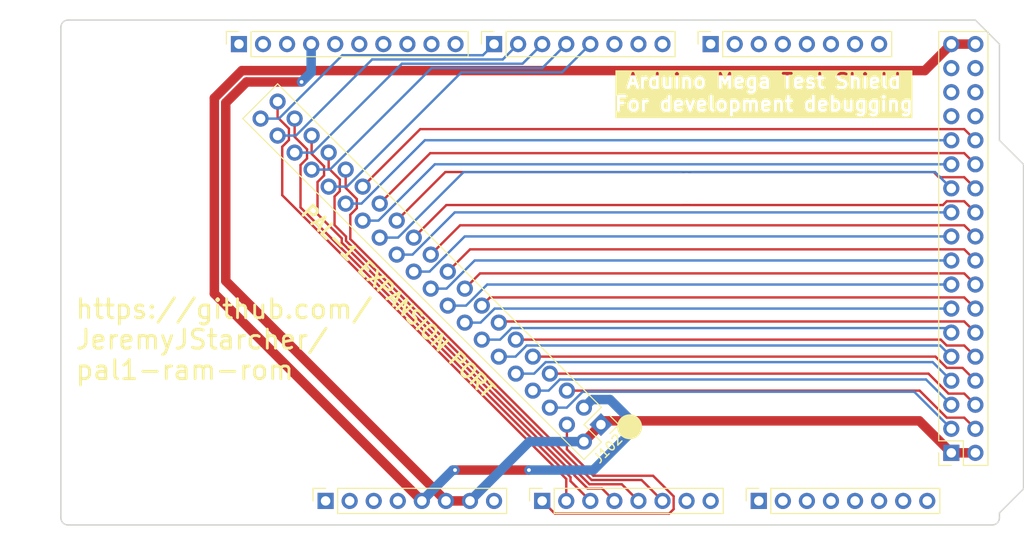
<source format=kicad_pcb>
(kicad_pcb (version 20240108) (generator "pcbnew") (generator_version "8.0")
  (title_block (date "mar. 31 mars 2015"))
  (layers (0 "F.Cu" signal) (31 "B.Cu" signal) (34 "B.Paste" user) (35 "F.Paste" user) (36 "B.SilkS" user "B.Silkscreen") (37 "F.SilkS" user "F.Silkscreen") (38 "B.Mask" user) (39 "F.Mask" user) (44 "Edge.Cuts" user))
  (net 0 "")
  (net 1 "GND")
  (net 11 "DEN")
  (net 12 "NMI")
  (net 13 "IO3")
  (net 14 "RESET")
  (net 16 "PH1")
  (net 17 "SYNC")
  (net 19 "TAPE")
  (net 22 "IRQ")
  (net 23 "SST")
  (net 24 "PB7")
  (net 25 "RDY")
  (net 43 "A0")
  (net 44 "A6")
  (net 45 "D5")
  (net 46 "A3")
  (net 47 "A5")
  (net 48 "PH2")
  (net 49 "D4")
  (net 50 "A10")
  (net 51 "D7")
  (net 52 "D6")
  (net 53 "D2")
  (net 54 "A8")
  (net 55 "A1")
  (net 56 "A7")
  (net 58 "A15")
  (net 60 "A2")
  (net 61 "A11")
  (net 62 "RW")
  (net 63 "A4")
  (net 64 "A13")
  (net 65 "D1")
  (net 66 "+3V3")
  (net 67 "A14")
  (net 68 "A9")
  (net 69 "D0")
  (net 73 "D3")
  (net 76 "A12")
  (net 80 "PALVCC")
  (footprint "Connector_PinSocket_2.54mm:PinSocket_2x18_P2.54mm_Vertical" (layer "F.Cu") (at 193.98 92.38 180)
    (property "Reference" "J7" (hide yes))
    (property "Value" "Digital")
    (fp_line (start 1.33 1.27) (end 1.33 44.51) (stroke (width 0.12)) (layer "F.SilkS"))
    (fp_line (start 1.33 -1.33) (end 1.33 0) (stroke (width 0.12)) (layer "F.SilkS"))
    (fp_line (start 0 -1.33) (end 1.33 -1.33) (stroke (width 0.12)) (layer "F.SilkS"))
    (fp_line (start -1.27 1.27) (end 1.33 1.27) (stroke (width 0.12)) (layer "F.SilkS"))
    (fp_line (start -1.27 -1.33) (end -1.27 1.27) (stroke (width 0.12)) (layer "F.SilkS"))
    (fp_line (start -3.87 44.51) (end 1.33 44.51) (stroke (width 0.12)) (layer "F.SilkS"))
    (fp_line (start -3.87 -1.33) (end -1.27 -1.33) (stroke (width 0.12)) (layer "F.SilkS"))
    (fp_line (start -3.87 -1.33) (end -3.87 44.51) (stroke (width 0.12)) (layer "F.SilkS"))
    (pad "1" thru_hole rect (at 0 0 180) (size 1.7 1.7) (drill 1) (layers "*.Cu" "*.Mask") (net 1 "GND"))
    (pad "2" thru_hole oval (at -2.54 0 180) (size 1.7 1.7) (drill 1) (layers "*.Cu" "*.Mask") (net 1 "GND"))
    (pad "3" thru_hole oval (at 0 2.54 180) (size 1.7 1.7) (drill 1) (layers "*.Cu" "*.Mask") (net 55 "A1"))
    (pad "4" thru_hole oval (at -2.54 2.54 180) (size 1.7 1.7) (drill 1) (layers "*.Cu" "*.Mask") (net 43 "A0"))
    (pad "5" thru_hole oval (at 0 5.08 180) (size 1.7 1.7) (drill 1) (layers "*.Cu" "*.Mask") (net 46 "A3"))
    (pad "6" thru_hole oval (at -2.54 5.08 180) (size 1.7 1.7) (drill 1) (layers "*.Cu" "*.Mask") (net 60 "A2"))
    (pad "7" thru_hole oval (at 0 7.62 180) (size 1.7 1.7) (drill 1) (layers "*.Cu" "*.Mask") (net 47 "A5"))
    (pad "8" thru_hole oval (at -2.54 7.62 180) (size 1.7 1.7) (drill 1) (layers "*.Cu" "*.Mask") (net 63 "A4"))
    (pad "9" thru_hole oval (at 0 10.16 180) (size 1.7 1.7) (drill 1) (layers "*.Cu" "*.Mask") (net 56 "A7"))
    (pad "10" thru_hole oval (at -2.54 10.16 180) (size 1.7 1.7) (drill 1) (layers "*.Cu" "*.Mask") (net 44 "A6"))
    (pad "11" thru_hole oval (at 0 12.7 180) (size 1.7 1.7) (drill 1) (layers "*.Cu" "*.Mask") (net 68 "A9"))
    (pad "12" thru_hole oval (at -2.54 12.7 180) (size 1.7 1.7) (drill 1) (layers "*.Cu" "*.Mask") (net 54 "A8"))
    (pad "13" thru_hole oval (at 0 15.24 180) (size 1.7 1.7) (drill 1) (layers "*.Cu" "*.Mask") (net 61 "A11"))
    (pad "14" thru_hole oval (at -2.54 15.24 180) (size 1.7 1.7) (drill 1) (layers "*.Cu" "*.Mask") (net 50 "A10"))
    (pad "15" thru_hole oval (at 0 17.78 180) (size 1.7 1.7) (drill 1) (layers "*.Cu" "*.Mask") (net 64 "A13"))
    (pad "16" thru_hole oval (at -2.54 17.78 180) (size 1.7 1.7) (drill 1) (layers "*.Cu" "*.Mask") (net 76 "A12"))
    (pad "17" thru_hole oval (at 0 20.32 180) (size 1.7 1.7) (drill 1) (layers "*.Cu" "*.Mask") (net 58 "A15"))
    (pad "18" thru_hole oval (at -2.54 20.32 180) (size 1.7 1.7) (drill 1) (layers "*.Cu" "*.Mask") (net 67 "A14"))
    (pad "19" thru_hole oval (at 0 22.86 180) (size 1.7 1.7) (drill 1) (layers "*.Cu" "*.Mask") (net 48 "PH2"))
    (pad "20" thru_hole oval (at -2.54 22.86 180) (size 1.7 1.7) (drill 1) (layers "*.Cu" "*.Mask") (net 62 "RW"))
    (pad "21" thru_hole oval (at 0 25.4 180) (size 1.7 1.7) (drill 1) (layers "*.Cu" "*.Mask") (net 65 "D1"))
    (pad "22" thru_hole oval (at -2.54 25.4 180) (size 1.7 1.7) (drill 1) (layers "*.Cu" "*.Mask") (net 69 "D0"))
    (pad "23" thru_hole oval (at 0 27.94 180) (size 1.7 1.7) (drill 1) (layers "*.Cu" "*.Mask") (net 73 "D3"))
    (pad "24" thru_hole oval (at -2.54 27.94 180) (size 1.7 1.7) (drill 1) (layers "*.Cu" "*.Mask") (net 53 "D2"))
    (pad "25" thru_hole oval (at 0 30.48 180) (size 1.7 1.7) (drill 1) (layers "*.Cu" "*.Mask") (net 45 "D5"))
    (pad "26" thru_hole oval (at -2.54 30.48 180) (size 1.7 1.7) (drill 1) (layers "*.Cu" "*.Mask") (net 49 "D4"))
    (pad "27" thru_hole oval (at 0 33.02 180) (size 1.7 1.7) (drill 1) (layers "*.Cu" "*.Mask") (net 51 "D7"))
    (pad "28" thru_hole oval (at -2.54 33.02 180) (size 1.7 1.7) (drill 1) (layers "*.Cu" "*.Mask") (net 52 "D6"))
    (pad "29" thru_hole oval (at 0 35.56 180) (size 1.7 1.7) (drill 1) (layers "*.Cu" "*.Mask"))
    (pad "30" thru_hole oval (at -2.54 35.56 180) (size 1.7 1.7) (drill 1) (layers "*.Cu" "*.Mask"))
    (pad "31" thru_hole oval (at 0 38.1 180) (size 1.7 1.7) (drill 1) (layers "*.Cu" "*.Mask"))
    (pad "32" thru_hole oval (at -2.54 38.1 180) (size 1.7 1.7) (drill 1) (layers "*.Cu" "*.Mask"))
    (pad "33" thru_hole oval (at 0 40.64 180) (size 1.7 1.7) (drill 1) (layers "*.Cu" "*.Mask"))
    (pad "34" thru_hole oval (at -2.54 40.64 180) (size 1.7 1.7) (drill 1) (layers "*.Cu" "*.Mask"))
    (pad "35" thru_hole oval (at 0 43.18 180) (size 1.7 1.7) (drill 1) (layers "*.Cu" "*.Mask") (net 80 "PALVCC"))
    (pad "36" thru_hole oval (at -2.54 43.18 180) (size 1.7 1.7) (drill 1) (layers "*.Cu" "*.Mask") (net 80 "PALVCC"))
  )
  (footprint "Connector_PinSocket_2.54mm:PinSocket_1x08_P2.54mm_Vertical" (layer "F.Cu") (at 127.94 97.46 90)
    (property "Reference" "J1" (hide yes))
    (property "Value" "Power")
    (fp_line (start 1.33 -1.33) (end 1.33 0) (stroke (width 0.12)) (layer "F.SilkS"))
    (fp_line (start 0 -1.33) (end 1.33 -1.33) (stroke (width 0.12)) (layer "F.SilkS"))
    (fp_line (start 1.33 1.27) (end 1.33 19.11) (stroke (width 0.12)) (layer "F.SilkS"))
    (fp_line (start -1.33 1.27) (end 1.33 1.27) (stroke (width 0.12)) (layer "F.SilkS"))
    (fp_line (start -1.33 1.27) (end -1.33 19.11) (stroke (width 0.12)) (layer "F.SilkS"))
    (fp_line (start -1.33 19.11) (end 1.33 19.11) (stroke (width 0.12)) (layer "F.SilkS"))
    (pad "1" thru_hole rect (at 0 0 90) (size 1.7 1.7) (drill 1) (layers "*.Cu" "*.Mask"))
    (pad "2" thru_hole oval (at 0 2.54 90) (size 1.7 1.7) (drill 1) (layers "*.Cu" "*.Mask"))
    (pad "3" thru_hole oval (at 0 5.08 90) (size 1.7 1.7) (drill 1) (layers "*.Cu" "*.Mask"))
    (pad "4" thru_hole oval (at 0 7.62 90) (size 1.7 1.7) (drill 1) (layers "*.Cu" "*.Mask") (net 66 "+3V3"))
    (pad "5" thru_hole oval (at 0 10.16 90) (size 1.7 1.7) (drill 1) (layers "*.Cu" "*.Mask") (net 80 "PALVCC"))
    (pad "6" thru_hole oval (at 0 12.7 90) (size 1.7 1.7) (drill 1) (layers "*.Cu" "*.Mask") (net 1 "GND"))
    (pad "7" thru_hole oval (at 0 15.24 90) (size 1.7 1.7) (drill 1) (layers "*.Cu" "*.Mask") (net 1 "GND"))
    (pad "8" thru_hole oval (at 0 17.78 90) (size 1.7 1.7) (drill 1) (layers "*.Cu" "*.Mask"))
  )
  (footprint "Connector_PinSocket_2.54mm:PinSocket_1x08_P2.54mm_Vertical" (layer "F.Cu") (at 150.8 97.46 90)
    (property "Reference" "J3" (hide yes))
    (property "Value" "Analog")
    (fp_line (start 1.33 -1.33) (end 1.33 0) (stroke (width 0.12)) (layer "F.SilkS"))
    (fp_line (start 0 -1.33) (end 1.33 -1.33) (stroke (width 0.12)) (layer "F.SilkS"))
    (fp_line (start 1.33 1.27) (end 1.33 19.11) (stroke (width 0.12)) (layer "F.SilkS"))
    (fp_line (start -1.33 1.27) (end 1.33 1.27) (stroke (width 0.12)) (layer "F.SilkS"))
    (fp_line (start -1.33 1.27) (end -1.33 19.11) (stroke (width 0.12)) (layer "F.SilkS"))
    (fp_line (start -1.33 19.11) (end 1.33 19.11) (stroke (width 0.12)) (layer "F.SilkS"))
    (pad "1" thru_hole rect (at 0 0 90) (size 1.7 1.7) (drill 1) (layers "*.Cu" "*.Mask") (net 14 "RESET"))
    (pad "2" thru_hole oval (at 0 2.54 90) (size 1.7 1.7) (drill 1) (layers "*.Cu" "*.Mask") (net 16 "PH1"))
    (pad "3" thru_hole oval (at 0 5.08 90) (size 1.7 1.7) (drill 1) (layers "*.Cu" "*.Mask") (net 13 "IO3"))
    (pad "4" thru_hole oval (at 0 7.62 90) (size 1.7 1.7) (drill 1) (layers "*.Cu" "*.Mask") (net 11 "DEN"))
    (pad "5" thru_hole oval (at 0 10.16 90) (size 1.7 1.7) (drill 1) (layers "*.Cu" "*.Mask") (net 12 "NMI"))
    (pad "6" thru_hole oval (at 0 12.7 90) (size 1.7 1.7) (drill 1) (layers "*.Cu" "*.Mask") (net 17 "SYNC"))
    (pad "7" thru_hole oval (at 0 15.24 90) (size 1.7 1.7) (drill 1) (layers "*.Cu" "*.Mask"))
    (pad "8" thru_hole oval (at 0 17.78 90) (size 1.7 1.7) (drill 1) (layers "*.Cu" "*.Mask"))
  )
  (footprint "Connector_PinSocket_2.54mm:PinSocket_1x08_P2.54mm_Vertical" (layer "F.Cu") (at 173.66 97.46 90)
    (property "Reference" "J5" (hide yes))
    (property "Value" "Analog")
    (fp_line (start 1.33 -1.33) (end 1.33 0) (stroke (width 0.12)) (layer "F.SilkS"))
    (fp_line (start 0 -1.33) (end 1.33 -1.33) (stroke (width 0.12)) (layer "F.SilkS"))
    (fp_line (start 1.33 1.27) (end 1.33 19.11) (stroke (width 0.12)) (layer "F.SilkS"))
    (fp_line (start -1.33 1.27) (end 1.33 1.27) (stroke (width 0.12)) (layer "F.SilkS"))
    (fp_line (start -1.33 1.27) (end -1.33 19.11) (stroke (width 0.12)) (layer "F.SilkS"))
    (fp_line (start -1.33 19.11) (end 1.33 19.11) (stroke (width 0.12)) (layer "F.SilkS"))
    (pad "1" thru_hole rect (at 0 0 90) (size 1.7 1.7) (drill 1) (layers "*.Cu" "*.Mask"))
    (pad "2" thru_hole oval (at 0 2.54 90) (size 1.7 1.7) (drill 1) (layers "*.Cu" "*.Mask"))
    (pad "3" thru_hole oval (at 0 5.08 90) (size 1.7 1.7) (drill 1) (layers "*.Cu" "*.Mask"))
    (pad "4" thru_hole oval (at 0 7.62 90) (size 1.7 1.7) (drill 1) (layers "*.Cu" "*.Mask"))
    (pad "5" thru_hole oval (at 0 10.16 90) (size 1.7 1.7) (drill 1) (layers "*.Cu" "*.Mask"))
    (pad "6" thru_hole oval (at 0 12.7 90) (size 1.7 1.7) (drill 1) (layers "*.Cu" "*.Mask"))
    (pad "7" thru_hole oval (at 0 15.24 90) (size 1.7 1.7) (drill 1) (layers "*.Cu" "*.Mask"))
    (pad "8" thru_hole oval (at 0 17.78 90) (size 1.7 1.7) (drill 1) (layers "*.Cu" "*.Mask"))
  )
  (footprint "Connector_PinSocket_2.54mm:PinSocket_1x10_P2.54mm_Vertical" (layer "F.Cu") (at 118.796 49.2 90)
    (property "Reference" "J2" (hide yes))
    (property "Value" "PWM")
    (fp_line (start 1.33 -1.33) (end 1.33 0) (stroke (width 0.12)) (layer "F.SilkS"))
    (fp_line (start 0 -1.33) (end 1.33 -1.33) (stroke (width 0.12)) (layer "F.SilkS"))
    (fp_line (start 1.33 1.27) (end 1.33 24.19) (stroke (width 0.12)) (layer "F.SilkS"))
    (fp_line (start -1.33 1.27) (end 1.33 1.27) (stroke (width 0.12)) (layer "F.SilkS"))
    (fp_line (start -1.33 1.27) (end -1.33 24.19) (stroke (width 0.12)) (layer "F.SilkS"))
    (fp_line (start -1.33 24.19) (end 1.33 24.19) (stroke (width 0.12)) (layer "F.SilkS"))
    (pad "1" thru_hole rect (at 0 0 90) (size 1.7 1.7) (drill 1) (layers "*.Cu" "*.Mask"))
    (pad "2" thru_hole oval (at 0 2.54 90) (size 1.7 1.7) (drill 1) (layers "*.Cu" "*.Mask"))
    (pad "3" thru_hole oval (at 0 5.08 90) (size 1.7 1.7) (drill 1) (layers "*.Cu" "*.Mask"))
    (pad "4" thru_hole oval (at 0 7.62 90) (size 1.7 1.7) (drill 1) (layers "*.Cu" "*.Mask") (net 1 "GND"))
    (pad "5" thru_hole oval (at 0 10.16 90) (size 1.7 1.7) (drill 1) (layers "*.Cu" "*.Mask"))
    (pad "6" thru_hole oval (at 0 12.7 90) (size 1.7 1.7) (drill 1) (layers "*.Cu" "*.Mask"))
    (pad "7" thru_hole oval (at 0 15.24 90) (size 1.7 1.7) (drill 1) (layers "*.Cu" "*.Mask"))
    (pad "8" thru_hole oval (at 0 17.78 90) (size 1.7 1.7) (drill 1) (layers "*.Cu" "*.Mask"))
    (pad "9" thru_hole oval (at 0 20.32 90) (size 1.7 1.7) (drill 1) (layers "*.Cu" "*.Mask"))
    (pad "10" thru_hole oval (at 0 22.86 90) (size 1.7 1.7) (drill 1) (layers "*.Cu" "*.Mask"))
  )
  (footprint "Connector_PinSocket_2.54mm:PinSocket_1x08_P2.54mm_Vertical" (layer "F.Cu") (at 145.72 49.2 90)
    (property "Reference" "J4" (hide yes))
    (property "Value" "PWM")
    (fp_line (start 1.33 -1.33) (end 1.33 0) (stroke (width 0.12)) (layer "F.SilkS"))
    (fp_line (start 0 -1.33) (end 1.33 -1.33) (stroke (width 0.12)) (layer "F.SilkS"))
    (fp_line (start 1.33 1.27) (end 1.33 19.11) (stroke (width 0.12)) (layer "F.SilkS"))
    (fp_line (start -1.33 1.27) (end 1.33 1.27) (stroke (width 0.12)) (layer "F.SilkS"))
    (fp_line (start -1.33 1.27) (end -1.33 19.11) (stroke (width 0.12)) (layer "F.SilkS"))
    (fp_line (start -1.33 19.11) (end 1.33 19.11) (stroke (width 0.12)) (layer "F.SilkS"))
    (pad "1" thru_hole rect (at 0 0 90) (size 1.7 1.7) (drill 1) (layers "*.Cu" "*.Mask") (net 22 "IRQ"))
    (pad "2" thru_hole oval (at 0 2.54 90) (size 1.7 1.7) (drill 1) (layers "*.Cu" "*.Mask") (net 24 "PB7"))
    (pad "3" thru_hole oval (at 0 5.08 90) (size 1.7 1.7) (drill 1) (layers "*.Cu" "*.Mask") (net 23 "SST"))
    (pad "4" thru_hole oval (at 0 7.62 90) (size 1.7 1.7) (drill 1) (layers "*.Cu" "*.Mask") (net 19 "TAPE"))
    (pad "5" thru_hole oval (at 0 10.16 90) (size 1.7 1.7) (drill 1) (layers "*.Cu" "*.Mask") (net 25 "RDY"))
    (pad "6" thru_hole oval (at 0 12.7 90) (size 1.7 1.7) (drill 1) (layers "*.Cu" "*.Mask"))
    (pad "7" thru_hole oval (at 0 15.24 90) (size 1.7 1.7) (drill 1) (layers "*.Cu" "*.Mask"))
    (pad "8" thru_hole oval (at 0 17.78 90) (size 1.7 1.7) (drill 1) (layers "*.Cu" "*.Mask"))
  )
  (footprint "Connector_PinSocket_2.54mm:PinSocket_1x08_P2.54mm_Vertical" (layer "F.Cu") (at 168.58 49.2 90)
    (property "Reference" "J6" (hide yes))
    (property "Value" "Communication")
    (fp_line (start 1.33 -1.33) (end 1.33 0) (stroke (width 0.12)) (layer "F.SilkS"))
    (fp_line (start 0 -1.33) (end 1.33 -1.33) (stroke (width 0.12)) (layer "F.SilkS"))
    (fp_line (start 1.33 1.27) (end 1.33 19.11) (stroke (width 0.12)) (layer "F.SilkS"))
    (fp_line (start -1.33 1.27) (end 1.33 1.27) (stroke (width 0.12)) (layer "F.SilkS"))
    (fp_line (start -1.33 1.27) (end -1.33 19.11) (stroke (width 0.12)) (layer "F.SilkS"))
    (fp_line (start -1.33 19.11) (end 1.33 19.11) (stroke (width 0.12)) (layer "F.SilkS"))
    (pad "1" thru_hole rect (at 0 0 90) (size 1.7 1.7) (drill 1) (layers "*.Cu" "*.Mask"))
    (pad "2" thru_hole oval (at 0 2.54 90) (size 1.7 1.7) (drill 1) (layers "*.Cu" "*.Mask"))
    (pad "3" thru_hole oval (at 0 5.08 90) (size 1.7 1.7) (drill 1) (layers "*.Cu" "*.Mask"))
    (pad "4" thru_hole oval (at 0 7.62 90) (size 1.7 1.7) (drill 1) (layers "*.Cu" "*.Mask"))
    (pad "5" thru_hole oval (at 0 10.16 90) (size 1.7 1.7) (drill 1) (layers "*.Cu" "*.Mask"))
    (pad "6" thru_hole oval (at 0 12.7 90) (size 1.7 1.7) (drill 1) (layers "*.Cu" "*.Mask"))
    (pad "7" thru_hole oval (at 0 15.24 90) (size 1.7 1.7) (drill 1) (layers "*.Cu" "*.Mask"))
    (pad "8" thru_hole oval (at 0 17.78 90) (size 1.7 1.7) (drill 1) (layers "*.Cu" "*.Mask"))
  )
  (footprint "Arduino_MountingHole:MountingHole_3.2mm" (layer "F.Cu") (at 196.52 97.46)
    (property "Reference" "MH6" (hide yes))
    (property "Value" "MountingHole_3.2mm" (hide yes))
    (pad "" np_thru_hole circle (at 0 0) (size 3.2 3.2) (drill 3.2) (layers "*.Cu" "*.Mask"))
  )
  (footprint "Connector_PinHeader_2.54mm:PinHeader_2x20_P2.54mm_Vertical" (layer "F.Cu") (at 157 89.4 -135)
    (property "Reference" "J102" (at 1.27 -2.33 225) (layer "F.SilkS"))
    (property "Value" "PAL-1 Expansion Connector")
    (fp_line (start -1.33 49.59) (end 3.87 49.59) (stroke (width 0.12)) (layer "F.SilkS"))
    (fp_line (start 1.27 1.27) (end 1.270001 -1.33) (stroke (width 0.12)) (layer "F.SilkS"))
    (fp_line (start 3.87 -1.33) (end 3.87 49.59) (stroke (width 0.12)) (layer "F.SilkS"))
    (fp_line (start -1.33 1.270001) (end -1.33 49.59) (stroke (width 0.12)) (layer "F.SilkS"))
    (fp_line (start -1.33 1.270001) (end 1.27 1.27) (stroke (width 0.12)) (layer "F.SilkS"))
    (fp_line (start 1.270001 -1.33) (end 3.87 -1.33) (stroke (width 0.12)) (layer "F.SilkS"))
    (fp_line (start -1.33 0) (end -1.33 -1.33) (stroke (width 0.12)) (layer "F.SilkS"))
    (fp_line (start -1.33 -1.33) (end 0 -1.33) (stroke (width 0.12)) (layer "F.SilkS"))
    (pad "1" thru_hole rect (at 0 0 225) (size 1.7 1.7) (drill 1) (layers "*.Cu" "*.Mask") (net 1 "GND"))
    (pad "2" thru_hole oval (at 2.54 0 225) (size 1.7 1.7) (drill 1) (layers "*.Cu" "*.Mask") (net 1 "GND"))
    (pad "3" thru_hole oval (at 0 2.54 225) (size 1.7 1.7) (drill 1) (layers "*.Cu" "*.Mask") (net 80 "PALVCC"))
    (pad "4" thru_hole oval (at 2.54 2.54 225) (size 1.7 1.7) (drill 1) (layers "*.Cu" "*.Mask") (net 14 "RESET"))
    (pad "5" thru_hole oval (at 0 5.079999 225) (size 1.7 1.7) (drill 1) (layers "*.Cu" "*.Mask") (net 43 "A0"))
    (pad "6" thru_hole oval (at 2.54 5.08 225) (size 1.7 1.7) (drill 1) (layers "*.Cu" "*.Mask") (net 55 "A1"))
    (pad "7" thru_hole oval (at 0 7.62 225) (size 1.7 1.7) (drill 1) (layers "*.Cu" "*.Mask") (net 60 "A2"))
    (pad "8" thru_hole oval (at 2.54 7.62 225) (size 1.7 1.7) (drill 1) (layers "*.Cu" "*.Mask") (net 46 "A3"))
    (pad "9" thru_hole oval (at 0 10.16 225) (size 1.7 1.7) (drill 1) (layers "*.Cu" "*.Mask") (net 63 "A4"))
    (pad "10" thru_hole oval (at 2.54 10.16 225) (size 1.7 1.7) (drill 1) (layers "*.Cu" "*.Mask") (net 47 "A5"))
    (pad "11" thru_hole oval (at 0 12.7 225) (size 1.7 1.7) (drill 1) (layers "*.Cu" "*.Mask") (net 44 "A6"))
    (pad "12" thru_hole oval (at 2.54 12.7 225) (size 1.7 1.7) (drill 1) (layers "*.Cu" "*.Mask") (net 56 "A7"))
    (pad "13" thru_hole oval (at 0 15.24 225) (size 1.7 1.7) (drill 1) (layers "*.Cu" "*.Mask") (net 54 "A8"))
    (pad "14" thru_hole oval (at 2.54 15.24 225) (size 1.7 1.7) (drill 1) (layers "*.Cu" "*.Mask") (net 68 "A9"))
    (pad "15" thru_hole oval (at 0 17.780001 225) (size 1.7 1.7) (drill 1) (layers "*.Cu" "*.Mask") (net 50 "A10"))
    (pad "16" thru_hole oval (at 2.54 17.78 225) (size 1.7 1.7) (drill 1) (layers "*.Cu" "*.Mask") (net 61 "A11"))
    (pad "17" thru_hole oval (at 0 20.32 225) (size 1.7 1.7) (drill 1) (layers "*.Cu" "*.Mask") (net 76 "A12"))
    (pad "18" thru_hole oval (at 2.54 20.32 225) (size 1.7 1.7) (drill 1) (layers "*.Cu" "*.Mask") (net 64 "A13"))
    (pad "19" thru_hole oval (at 0 22.86 225) (size 1.7 1.7) (drill 1) (layers "*.Cu" "*.Mask") (net 67 "A14"))
    (pad "20" thru_hole oval (at 2.54 22.86 225) (size 1.7 1.7) (drill 1) (layers "*.Cu" "*.Mask") (net 58 "A15"))
    (pad "21" thru_hole oval (at 0 25.4 225) (size 1.7 1.7) (drill 1) (layers "*.Cu" "*.Mask") (net 62 "RW"))
    (pad "22" thru_hole oval (at 2.54 25.4 225) (size 1.7 1.7) (drill 1) (layers "*.Cu" "*.Mask") (net 48 "PH2"))
    (pad "23" thru_hole oval (at 0 27.939999 225) (size 1.7 1.7) (drill 1) (layers "*.Cu" "*.Mask") (net 69 "D0"))
    (pad "24" thru_hole oval (at 2.54 27.94 225) (size 1.7 1.7) (drill 1) (layers "*.Cu" "*.Mask") (net 65 "D1"))
    (pad "25" thru_hole oval (at 0 30.48 225) (size 1.7 1.7) (drill 1) (layers "*.Cu" "*.Mask") (net 53 "D2"))
    (pad "26" thru_hole oval (at 2.54 30.48 225) (size 1.7 1.7) (drill 1) (layers "*.Cu" "*.Mask") (net 73 "D3"))
    (pad "27" thru_hole oval (at 0 33.02 225) (size 1.7 1.7) (drill 1) (layers "*.Cu" "*.Mask") (net 49 "D4"))
    (pad "28" thru_hole oval (at 2.54 33.02 225) (size 1.7 1.7) (drill 1) (layers "*.Cu" "*.Mask") (net 45 "D5"))
    (pad "29" thru_hole oval (at 0 35.56 225) (size 1.7 1.7) (drill 1) (layers "*.Cu" "*.Mask") (net 52 "D6"))
    (pad "30" thru_hole oval (at 2.54 35.56 225) (size 1.7 1.7) (drill 1) (layers "*.Cu" "*.Mask") (net 51 "D7"))
    (pad "31" thru_hole oval (at 0 38.099999 225) (size 1.7 1.7) (drill 1) (layers "*.Cu" "*.Mask") (net 17 "SYNC"))
    (pad "32" thru_hole oval (at 2.54 38.1 225) (size 1.7 1.7) (drill 1) (layers "*.Cu" "*.Mask") (net 25 "RDY"))
    (pad "33" thru_hole oval (at 0 40.640001 225) (size 1.7 1.7) (drill 1) (layers "*.Cu" "*.Mask") (net 12 "NMI"))
    (pad "34" thru_hole oval (at 2.54 40.64 225) (size 1.7 1.7) (drill 1) (layers "*.Cu" "*.Mask") (net 19 "TAPE"))
    (pad "35" thru_hole oval (at 0 43.18 225) (size 1.7 1.7) (drill 1) (layers "*.Cu" "*.Mask") (net 11 "DEN"))
    (pad "36" thru_hole oval (at 2.54 43.18 225) (size 1.7 1.7) (drill 1) (layers "*.Cu" "*.Mask") (net 23 "SST"))
    (pad "37" thru_hole oval (at 0 45.72 225) (size 1.7 1.7) (drill 1) (layers "*.Cu" "*.Mask") (net 13 "IO3"))
    (pad "38" thru_hole oval (at 2.54 45.72 225) (size 1.7 1.7) (drill 1) (layers "*.Cu" "*.Mask") (net 24 "PB7"))
    (pad "39" thru_hole oval (at 0 48.26 225) (size 1.7 1.7) (drill 1) (layers "*.Cu" "*.Mask") (net 16 "PH1"))
    (pad "40" thru_hole oval (at 2.54 48.26 225) (size 1.7 1.7) (drill 1) (layers "*.Cu" "*.Mask") (net 22 "IRQ"))
  )
  (footprint "Arduino_MountingHole:MountingHole_3.2mm" (layer "F.Cu") (at 115.24 49.2)
    (property "Reference" "MH1" (hide yes))
    (property "Value" "MountingHole_3.2mm" (hide yes))
    (pad "" np_thru_hole circle (at 0 0) (size 3.2 3.2) (drill 3.2) (layers "*.Cu" "*.Mask"))
  )
  (footprint "Arduino_MountingHole:MountingHole_3.2mm" (layer "F.Cu") (at 113.97 97.46)
    (property "Reference" "MH2" (hide yes))
    (property "Value" "MountingHole_3.2mm" (hide yes))
    (pad "" np_thru_hole circle (at 0 0) (size 3.2 3.2) (drill 3.2) (layers "*.Cu" "*.Mask"))
  )
  (footprint "Arduino_MountingHole:MountingHole_3.2mm" (layer "F.Cu") (at 166.04 64.44)
    (property "Reference" "MH3" (hide yes))
    (property "Value" "MountingHole_3.2mm" (hide yes))
    (pad "" np_thru_hole circle (at 0 0) (size 3.2 3.2) (drill 3.2) (layers "*.Cu" "*.Mask"))
  )
  (footprint "Arduino_MountingHole:MountingHole_3.2mm" (layer "F.Cu") (at 166.04 92.38)
    (property "Reference" "MH4" (hide yes))
    (property "Value" "MountingHole_3.2mm" (hide yes))
    (pad "" np_thru_hole circle (at 0 0) (size 3.2 3.2) (drill 3.2) (layers "*.Cu" "*.Mask"))
  )
  (footprint "Arduino_MountingHole:MountingHole_3.2mm" (layer "F.Cu") (at 190.17 49.2)
    (property "Reference" "MH5" (hide yes))
    (property "Value" "MountingHole_3.2mm" (hide yes))
    (pad "" np_thru_hole circle (at 0 0) (size 3.2 3.2) (drill 3.2) (layers "*.Cu" "*.Mask"))
  )
  (gr_circle (center 160.027641 89.627641) (end 160.027641 90.867799) (stroke (width 0.15)) (fill solid) (layer "F.SilkS"))
  (gr_line (start 199.06 59.36) (end 201.6 61.9) (stroke (width 0.15)) (layer "Edge.Cuts"))
  (gr_line (start 100 99.238) (end 100 47.422) (stroke (width 0.15)) (layer "Edge.Cuts"))
  (gr_line (start 201.6 61.9) (end 201.6 96.19) (stroke (width 0.15)) (layer "Edge.Cuts"))
  (gr_line (start 198.298 100) (end 100.762 100) (stroke (width 0.15)) (layer "Edge.Cuts"))
  (gr_line (start 100.762 46.66) (end 196.52 46.66) (stroke (width 0.15)) (layer "Edge.Cuts"))
  (gr_arc (start 100.762 100) (mid 100.223185 99.776815) (end 100 99.238) (stroke (width 0.15)) (layer "Edge.Cuts"))
  (gr_line (start 201.6 96.19) (end 199.06 98.73) (stroke (width 0.15)) (layer "Edge.Cuts"))
  (gr_line (start 196.52 46.66) (end 199.06 49.2) (stroke (width 0.15)) (layer "Edge.Cuts"))
  (gr_arc (start 199.06 99.238) (mid 198.836815 99.776815) (end 198.298 100) (stroke (width 0.15)) (layer "Edge.Cuts"))
  (gr_line (start 199.06 49.2) (end 199.06 59.36) (stroke (width 0.15)) (layer "Edge.Cuts"))
  (gr_line (start 199.06 98.73) (end 199.06 99.238) (stroke (width 0.15)) (layer "Edge.Cuts"))
  (gr_arc (start 100 47.422) (mid 100.223185 46.883185) (end 100.762 46.66) (stroke (width 0.15)) (layer "Edge.Cuts"))
  (gr_text "https://github.com/\nJeremyJStarcher/\npal1-ram-rom" (at 101.4 84.8 0) (layer "F.SilkS") (effects (font (size 2 2) (thickness 0.3) (bold yes)) (justify left bottom)))
  (gr_text "PAL-1 EXPANSION PORT" (at 125.027641 67.027641 -45) (layer "F.SilkS") (effects (font (size 1.5 1.5) (thickness 0.3) (bold yes)) (justify left bottom)))
  (gr_text " Arduino Mega Test Shield \n For development debugging " (at 174.2 56.4 0) (layer "F.SilkS" knockout) (effects (font (size 1.5 1.5) (thickness 0.3) (bold yes)) (justify bottom)))
  (segment (start 190.6 89) (end 193.98 92.38) (width 1) (layer "F.Cu") (net 1))
  (segment (start 157 89.4) (end 157.4 89) (width 1) (layer "F.Cu") (net 1))
  (segment (start 117.4 74.22) (end 117.4 55.4) (width 1) (layer "F.Cu") (net 1))
  (segment (start 117.4 55.4) (end 119.6 53.2) (width 1) (layer "F.Cu") (net 1))
  (segment (start 119.6 53.2) (end 125.400007 53.2) (width 1) (layer "F.Cu") (net 1))
  (segment (start 155.203949 91.196051) (end 157 89.4) (width 1) (layer "F.Cu") (net 1))
  (segment (start 193.98 92.38) (end 196.52 92.38) (width 1) (layer "F.Cu") (net 1))
  (segment (start 140.64 97.46) (end 117.4 74.22) (width 1) (layer "F.Cu") (net 1))
  (segment (start 143.18 97.46) (end 140.64 97.46) (width 1) (layer "F.Cu") (net 1))
  (segment (start 157.4 89) (end 190.6 89) (width 1) (layer "F.Cu") (net 1))
  (via (at 125.400007 53.2) (size 0.6) (drill 0.4) (layers "F.Cu" "B.Cu") (net 1))
  (segment (start 155.203949 91.196051) (end 149.443949 91.196051) (width 1) (layer "B.Cu") (net 1))
  (segment (start 149.443949 91.196051) (end 143.18 97.46) (width 1) (layer "B.Cu") (net 1))
  (segment (start 126.416 52.184007) (end 125.400007 53.2) (width 1) (layer "B.Cu") (net 1))
  (segment (start 126.416 49.2) (end 126.416 52.184007) (width 1) (layer "B.Cu") (net 1))
  (segment (start 157.11 96.15) (end 158.42 97.46) (width 0.25) (layer "F.Cu") (net 11))
  (segment (start 155.596396 96.15) (end 157.11 96.15) (width 0.25) (layer "F.Cu") (net 11))
  (segment (start 154.24 94.767208) (end 154.24 94.793604) (width 0.25) (layer "F.Cu") (net 11))
  (segment (start 127.776479 62.106881) (end 127.776479 63.080283) (width 0.25) (layer "F.Cu") (net 11))
  (segment (start 126.467129 60.797531) (end 127.776479 62.106881) (width 0.25) (layer "F.Cu") (net 11))
  (segment (start 127.08818 63.768582) (end 127.08818 67.160972) (width 0.25) (layer "F.Cu") (net 11))
  (segment (start 126.467129 58.867129) (end 126.467129 60.797531) (width 0.25) (layer "F.Cu") (net 11))
  (segment (start 129.645933 70.173141) (end 154.24 94.767208) (width 0.25) (layer "F.Cu") (net 11))
  (segment (start 154.24 94.793604) (end 155.596396 96.15) (width 0.25) (layer "F.Cu") (net 11))
  (segment (start 127.08818 67.160972) (end 129.645933 69.718725) (width 0.25) (layer "F.Cu") (net 11))
  (segment (start 127.776479 63.080283) (end 127.08818 63.768582) (width 0.25) (layer "F.Cu") (net 11))
  (segment (start 129.645933 69.718725) (end 129.645933 70.173141) (width 0.25) (layer "F.Cu") (net 11))
  (segment (start 160.96 97.46) (end 159.2 95.7) (width 0.25) (layer "F.Cu") (net 12))
  (segment (start 154.69 94.607208) (end 154.69 94.580812) (width 0.25) (layer "F.Cu") (net 12))
  (segment (start 154.69 94.580812) (end 130.095933 69.986745) (width 0.25) (layer "F.Cu") (net 12))
  (segment (start 130.095933 69.986745) (end 130.095933 69.532329) (width 0.25) (layer "F.Cu") (net 12))
  (segment (start 128.884232 65.295932) (end 129.43818 64.741984) (width 0.25) (layer "F.Cu") (net 12))
  (segment (start 130.095933 69.532329) (end 128.884232 68.320628) (width 0.25) (layer "F.Cu") (net 12))
  (segment (start 129.43818 63.499881) (end 128.26318 62.324881) (width 0.25) (layer "F.Cu") (net 12))
  (segment (start 128.26318 62.324881) (end 128.26318 60.66318) (width 0.25) (layer "F.Cu") (net 12))
  (segment (start 159.2 95.7) (end 155.782792 95.7) (width 0.25) (layer "F.Cu") (net 12))
  (segment (start 128.884232 68.320628) (end 128.884232 65.295932) (width 0.25) (layer "F.Cu") (net 12))
  (segment (start 129.43818 64.741984) (end 129.43818 63.499881) (width 0.25) (layer "F.Cu") (net 12))
  (segment (start 155.782792 95.7) (end 154.69 94.607208) (width 0.25) (layer "F.Cu") (net 12))
  (segment (start 153.79 95.37) (end 155.88 97.46) (width 0.25) (layer "F.Cu") (net 13))
  (segment (start 124.671078 59.001479) (end 125.980428 60.310829) (width 0.25) (layer "F.Cu") (net 13))
  (segment (start 125.292129 61.972531) (end 125.292129 66.455733) (width 0.25) (layer "F.Cu") (net 13))
  (segment (start 124.671078 57.071078) (end 124.671078 59.001479) (width 0.25) (layer "F.Cu") (net 13))
  (segment (start 153.79 94.953604) (end 153.79 95.37) (width 0.25) (layer "F.Cu") (net 13))
  (segment (start 125.980428 60.310829) (end 125.980428 61.284232) (width 0.25) (layer "F.Cu") (net 13))
  (segment (start 125.980428 61.284232) (end 125.292129 61.972531) (width 0.25) (layer "F.Cu") (net 13))
  (segment (start 125.292129 66.455733) (end 153.79 94.953604) (width 0.25) (layer "F.Cu") (net 13))
  (segment (start 153.407898 89.4) (end 153.407898 92.007898) (width 0.25) (layer "F.Cu") (net 14))
  (segment (start 156.2 94.8) (end 162.501701 94.8) (width 0.25) (layer "F.Cu") (net 14))
  (segment (start 162.501701 94.8) (end 164.675 96.973299) (width 0.25) (layer "F.Cu") (net 14))
  (segment (start 164.675 98.325) (end 164.2 98.8) (width 0.25) (layer "F.Cu") (net 14))
  (segment (start 152.14 98.8) (end 150.8 97.46) (width 0.25) (layer "F.Cu") (net 14))
  (segment (start 164.675 96.973299) (end 164.675 98.325) (width 0.25) (layer "F.Cu") (net 14))
  (segment (start 153.407898 92.007898) (end 156.2 94.8) (width 0.25) (layer "F.Cu") (net 14))
  (segment (start 164.2 98.8) (end 152.14 98.8) (width 0.25) (layer "F.Cu") (net 14))
  (segment (start 153.34 97.46) (end 153.34 95.14) (width 0.25) (layer "F.Cu") (net 16))
  (segment (start 123.361728 65.161728) (end 123.361728 60.042129) (width 0.25) (layer "F.Cu") (net 16))
  (segment (start 122.875027 56.936728) (end 122.875027 55.275027) (width 0.25) (layer "F.Cu") (net 16))
  (segment (start 153.34 95.14) (end 123.361728 65.161728) (width 0.25) (layer "F.Cu") (net 16))
  (segment (start 123.361728 60.042129) (end 124.069149 59.334708) (width 0.25) (layer "F.Cu") (net 16))
  (segment (start 124.069149 58.13085) (end 122.875027 56.936728) (width 0.25) (layer "F.Cu") (net 16))
  (segment (start 124.069149 59.334708) (end 124.069149 58.13085) (width 0.25) (layer "F.Cu") (net 16))
  (segment (start 155.14 94.394416) (end 155.14 94.420812) (width 0.25) (layer "F.Cu") (net 17))
  (segment (start 130.545933 67.226334) (end 130.545933 69.800349) (width 0.25) (layer "F.Cu") (net 17))
  (segment (start 131.234232 65.564633) (end 131.234232 66.538035) (width 0.25) (layer "F.Cu") (net 17))
  (segment (start 161.29 95.25) (end 163.5 97.46) (width 0.25) (layer "F.Cu") (net 17))
  (segment (start 155.363604 94.6) (end 156.013604 95.25) (width 0.25) (layer "F.Cu") (net 17))
  (segment (start 130.059232 64.389633) (end 131.234232 65.564633) (width 0.25) (layer "F.Cu") (net 17))
  (segment (start 155.14 94.420812) (end 155.319188 94.6) (width 0.25) (layer "F.Cu") (net 17))
  (segment (start 155.319188 94.6) (end 155.363604 94.6) (width 0.25) (layer "F.Cu") (net 17))
  (segment (start 130.545933 69.800349) (end 155.14 94.394416) (width 0.25) (layer "F.Cu") (net 17))
  (segment (start 131.234232 66.538035) (end 130.545933 67.226334) (width 0.25) (layer "F.Cu") (net 17))
  (segment (start 130.059232 62.459232) (end 130.059232 64.389633) (width 0.25) (layer "F.Cu") (net 17))
  (segment (start 156.013604 95.25) (end 161.29 95.25) (width 0.25) (layer "F.Cu") (net 17))
  (segment (start 139.131763 51.725) (end 150.815 51.725) (width 0.25) (layer "B.Cu") (net 19))
  (segment (start 128.397531 62.459232) (end 139.131763 51.725) (width 0.25) (layer "B.Cu") (net 19))
  (segment (start 126.467129 62.459232) (end 128.397531 62.459232) (width 0.25) (layer "B.Cu") (net 19))
  (segment (start 150.815 51.725) (end 153.34 49.2) (width 0.25) (layer "B.Cu") (net 19))
  (segment (start 129.705455 50.375) (end 144.545 50.375) (width 0.25) (layer "B.Cu") (net 22))
  (segment (start 123.009377 57.071078) (end 129.705455 50.375) (width 0.25) (layer "B.Cu") (net 22))
  (segment (start 121.078976 57.071078) (end 123.009377 57.071078) (width 0.25) (layer "B.Cu") (net 22))
  (segment (start 144.545 50.375) (end 145.72 49.2) (width 0.25) (layer "B.Cu") (net 22))
  (segment (start 126.601479 60.66318) (end 135.989659 51.275) (width 0.25) (layer "B.Cu") (net 23))
  (segment (start 135.989659 51.275) (end 148.725 51.275) (width 0.25) (layer "B.Cu") (net 23))
  (segment (start 148.725 51.275) (end 150.8 49.2) (width 0.25) (layer "B.Cu") (net 23))
  (segment (start 124.671078 60.66318) (end 126.601479 60.66318) (width 0.25) (layer "B.Cu") (net 23))
  (segment (start 124.805428 58.867129) (end 132.847557 50.825) (width 0.25) (layer "B.Cu") (net 24))
  (segment (start 122.875027 58.867129) (end 124.805428 58.867129) (width 0.25) (layer "B.Cu") (net 24))
  (segment (start 146.635 50.825) (end 148.26 49.2) (width 0.25) (layer "B.Cu") (net 24))
  (segment (start 132.847557 50.825) (end 146.635 50.825) (width 0.25) (layer "B.Cu") (net 24))
  (segment (start 128.26318 64.255283) (end 130.193582 64.255283) (width 0.25) (layer "B.Cu") (net 25))
  (segment (start 130.193582 64.255283) (end 142.273865 52.175) (width 0.25) (layer "B.Cu") (net 25))
  (segment (start 152.905 52.175) (end 155.88 49.2) (width 0.25) (layer "B.Cu") (net 25))
  (segment (start 142.273865 52.175) (end 152.905 52.175) (width 0.25) (layer "B.Cu") (net 25))
  (segment (start 195.345 88.665) (end 196.52 89.84) (width 0.25) (layer "F.Cu") (net 43))
  (segment (start 153.407898 85.807898) (end 190.636197 85.807898) (width 0.25) (layer "F.Cu") (net 43))
  (segment (start 193.493299 88.665) (end 195.345 88.665) (width 0.25) (layer "F.Cu") (net 43))
  (segment (start 190.636197 85.807898) (end 193.493299 88.665) (width 0.25) (layer "F.Cu") (net 43))
  (segment (start 148.019744 80.419744) (end 192.868043 80.419744) (width 0.25) (layer "F.Cu") (net 44))
  (segment (start 193.493299 81.045) (end 195.345 81.045) (width 0.25) (layer "F.Cu") (net 44))
  (segment (start 195.345 81.045) (end 196.52 82.22) (width 0.25) (layer "F.Cu") (net 44))
  (segment (start 192.868043 80.419744) (end 193.493299 81.045) (width 0.25) (layer "F.Cu") (net 44))
  (segment (start 193.98 61.9) (end 139.464369 61.9) (width 0.25) (layer "B.Cu") (net 45))
  (segment (start 139.464369 61.9) (end 133.516984 67.847385) (width 0.25) (layer "B.Cu") (net 45))
  (segment (start 133.516984 67.847385) (end 131.855283 67.847385) (width 0.25) (layer "B.Cu") (net 45))
  (segment (start 191.312898 84.632898) (end 152.652495 84.632898) (width 0.25) (layer "B.Cu") (net 46))
  (segment (start 152.652495 84.632898) (end 151.477495 85.807898) (width 0.25) (layer "B.Cu") (net 46))
  (segment (start 151.477495 85.807898) (end 149.815795 85.807898) (width 0.25) (layer "B.Cu") (net 46))
  (segment (start 193.98 87.3) (end 191.312898 84.632898) (width 0.25) (layer "B.Cu") (net 46))
  (segment (start 149.950145 84.011846) (end 151.161991 82.8) (width 0.25) (layer "B.Cu") (net 47))
  (segment (start 151.161991 82.8) (end 192.02 82.8) (width 0.25) (layer "B.Cu") (net 47))
  (segment (start 148.019744 84.011846) (end 149.950145 84.011846) (width 0.25) (layer "B.Cu") (net 47))
  (segment (start 192.02 82.8) (end 193.98 84.76) (width 0.25) (layer "B.Cu") (net 47))
  (segment (start 142.620677 69.52) (end 193.98 69.52) (width 0.25) (layer "B.Cu") (net 48))
  (segment (start 138.905138 73.235539) (end 142.620677 69.52) (width 0.25) (layer "B.Cu") (net 48))
  (segment (start 137.243437 73.235539) (end 138.905138 73.235539) (width 0.25) (layer "B.Cu") (net 48))
  (segment (start 133.651334 66.051334) (end 138.977668 60.725) (width 0.25) (layer "F.Cu") (net 49))
  (segment (start 195.345 60.725) (end 196.52 61.9) (width 0.25) (layer "F.Cu") (net 49))
  (segment (start 138.977668 60.725) (end 195.345 60.725) (width 0.25) (layer "F.Cu") (net 49))
  (segment (start 145.290282 75.965) (end 195.345 75.965) (width 0.25) (layer "F.Cu") (net 50))
  (segment (start 195.345 75.965) (end 196.52 77.14) (width 0.25) (layer "F.Cu") (net 50))
  (segment (start 144.427641 76.827641) (end 145.290282 75.965) (width 0.25) (layer "F.Cu") (net 50))
  (segment (start 130.059232 66.051334) (end 131.720933 66.051334) (width 0.25) (layer "B.Cu") (net 51))
  (segment (start 138.412267 59.36) (end 193.98 59.36) (width 0.25) (layer "B.Cu") (net 51))
  (segment (start 131.720933 66.051334) (end 138.412267 59.36) (width 0.25) (layer "B.Cu") (net 51))
  (segment (start 131.855283 64.255283) (end 137.925566 58.185) (width 0.25) (layer "F.Cu") (net 52))
  (segment (start 137.925566 58.185) (end 195.345 58.185) (width 0.25) (layer "F.Cu") (net 52))
  (segment (start 195.345 58.185) (end 196.52 59.36) (width 0.25) (layer "F.Cu") (net 52))
  (segment (start 140.57977 62.715) (end 192.115001 62.715) (width 0.25) (layer "F.Cu") (net 53))
  (segment (start 195.345 63.265) (end 196.52 64.44) (width 0.25) (layer "F.Cu") (net 53))
  (segment (start 192.115001 62.715) (end 192.665001 63.265) (width 0.25) (layer "F.Cu") (net 53))
  (segment (start 135.447385 67.847385) (end 140.57977 62.715) (width 0.25) (layer "F.Cu") (net 53))
  (segment (start 192.665001 63.265) (end 195.345 63.265) (width 0.25) (layer "F.Cu") (net 53))
  (segment (start 195.345 78.505) (end 196.52 79.68) (width 0.25) (layer "F.Cu") (net 54))
  (segment (start 146.342386 78.505) (end 195.345 78.505) (width 0.25) (layer "F.Cu") (net 54))
  (segment (start 153.396051 87.603949) (end 155.071051 85.928949) (width 0.25) (layer "B.Cu") (net 55))
  (segment (start 151.611846 87.603949) (end 153.396051 87.603949) (width 0.25) (layer "B.Cu") (net 55))
  (segment (start 155.071051 85.928949) (end 190.068949 85.928949) (width 0.25) (layer "B.Cu") (net 55))
  (segment (start 190.068949 85.928949) (end 193.98 89.84) (width 0.25) (layer "B.Cu") (net 55))
  (segment (start 147.984205 82.215795) (end 146.223693 82.215795) (width 0.25) (layer "B.Cu") (net 56))
  (segment (start 192.800795 81.040795) (end 149.159205 81.040795) (width 0.25) (layer "B.Cu") (net 56))
  (segment (start 193.98 82.22) (end 192.800795 81.040795) (width 0.25) (layer "B.Cu") (net 56))
  (segment (start 149.159205 81.040795) (end 147.984205 82.215795) (width 0.25) (layer "B.Cu") (net 56))
  (segment (start 140.701189 75.03159) (end 139.039488 75.03159) (width 0.25) (layer "B.Cu") (net 58))
  (segment (start 193.98 72.06) (end 143.672779 72.06) (width 0.25) (layer "B.Cu") (net 58))
  (segment (start 143.672779 72.06) (end 140.701189 75.03159) (width 0.25) (layer "B.Cu") (net 58))
  (segment (start 193.683299 86.125) (end 195.345 86.125) (width 0.25) (layer "F.Cu") (net 60))
  (segment (start 195.345 86.125) (end 196.52 87.3) (width 0.25) (layer "F.Cu") (net 60))
  (segment (start 151.611846 84.011846) (end 191.570145 84.011846) (width 0.25) (layer "F.Cu") (net 60))
  (segment (start 191.570145 84.011846) (end 193.683299 86.125) (width 0.25) (layer "F.Cu") (net 60))
  (segment (start 144.29329 78.623693) (end 142.63159 78.623693) (width 0.25) (layer "B.Cu") (net 61))
  (segment (start 145.776983 77.14) (end 144.29329 78.623693) (width 0.25) (layer "B.Cu") (net 61))
  (segment (start 193.98 77.14) (end 145.776983 77.14) (width 0.25) (layer "B.Cu") (net 61))
  (segment (start 195.345 68.345) (end 196.52 69.52) (width 0.25) (layer "F.Cu") (net 62))
  (segment (start 139.039488 71.439488) (end 142.133976 68.345) (width 0.25) (layer "F.Cu") (net 62))
  (segment (start 142.133976 68.345) (end 195.345 68.345) (width 0.25) (layer "F.Cu") (net 62))
  (segment (start 149.815795 82.215795) (end 192.314094 82.215795) (width 0.25) (layer "F.Cu") (net 63))
  (segment (start 193.498299 83.4) (end 195.16 83.4) (width 0.25) (layer "F.Cu") (net 63))
  (segment (start 195.16 83.4) (end 196.52 84.76) (width 0.25) (layer "F.Cu") (net 63))
  (segment (start 192.314094 82.215795) (end 193.498299 83.4) (width 0.25) (layer "F.Cu") (net 63))
  (segment (start 144.993581 74.6) (end 193.98 74.6) (width 0.25) (layer "B.Cu") (net 64))
  (segment (start 140.835539 76.827641) (end 142.76594 76.827641) (width 0.25) (layer "B.Cu") (net 64))
  (segment (start 142.76594 76.827641) (end 144.993581 74.6) (width 0.25) (layer "B.Cu") (net 64))
  (segment (start 141.568575 66.98) (end 137.109087 71.439488) (width 0.25) (layer "B.Cu") (net 65))
  (segment (start 137.109087 71.439488) (end 135.447385 71.439488) (width 0.25) (layer "B.Cu") (net 65))
  (segment (start 193.98 66.98) (end 141.568575 66.98) (width 0.25) (layer "B.Cu") (net 65))
  (segment (start 195.345 70.885) (end 196.52 72.06) (width 0.25) (layer "F.Cu") (net 67))
  (segment (start 140.835539 73.235539) (end 143.186078 70.885) (width 0.25) (layer "F.Cu") (net 67))
  (segment (start 143.186078 70.885) (end 195.345 70.885) (width 0.25) (layer "F.Cu") (net 67))
  (segment (start 144.427641 80.419744) (end 146.358043 80.419744) (width 0.25) (layer "B.Cu") (net 68))
  (segment (start 147.577787 79.2) (end 193.5 79.2) (width 0.25) (layer "B.Cu") (net 68))
  (segment (start 146.358043 80.419744) (end 147.577787 79.2) (width 0.25) (layer "B.Cu") (net 68))
  (segment (start 195.345 65.805) (end 196.52 66.98) (width 0.25) (layer "F.Cu") (net 69))
  (segment (start 137.243437 69.643437) (end 140.686874 66.2) (width 0.25) (layer "F.Cu") (net 69))
  (segment (start 140.686874 66.2) (end 193.098299 66.2) (width 0.25) (layer "F.Cu") (net 69))
  (segment (start 193.098299 66.2) (end 193.493299 65.805) (width 0.25) (layer "F.Cu") (net 69))
  (segment (start 193.493299 65.805) (end 195.345 65.805) (width 0.25) (layer "F.Cu") (net 69))
  (segment (start 142.510173 62.715) (end 192.255 62.715) (width 0.25) (layer "B.Cu") (net 73))
  (segment (start 192.255 62.715) (end 193.98 64.44) (width 0.25) (layer "B.Cu") (net 73))
  (segment (start 133.651334 69.643437) (end 135.581736 69.643437) (width 0.25) (layer "B.Cu") (net 73))
  (segment (start 135.581736 69.643437) (end 142.510173 62.715) (width 0.25) (layer "B.Cu") (net 73))
  (segment (start 144.23818 73.425) (end 195.345 73.425) (width 0.25) (layer "F.Cu") (net 76))
  (segment (start 195.345 73.425) (end 196.52 74.6) (width 0.25) (layer "F.Cu") (net 76))
  (segment (start 142.63159 75.03159) (end 144.23818 73.425) (width 0.25) (layer "F.Cu") (net 76))
  (segment (start 149.4 94.2) (end 141.6 94.2) (width 1) (layer "F.Cu") (net 80))
  (segment (start 116.2 75.56) (end 116.2 54.902944) (width 1) (layer "F.Cu") (net 80))
  (segment (start 193.98 49.2) (end 196.52 49.2) (width 1) (layer "F.Cu") (net 80))
  (segment (start 191.18 52) (end 193.98 49.2) (width 1) (layer "F.Cu") (net 80))
  (segment (start 138.1 97.46) (end 116.2 75.56) (width 1) (layer "F.Cu") (net 80))
  (segment (start 116.2 54.902944) (end 119.102944 52) (width 1) (layer "F.Cu") (net 80))
  (segment (start 119.102944 52) (end 191.18 52) (width 1) (layer "F.Cu") (net 80))
  (via (at 149.4 94.2) (size 0.6) (drill 0.4) (layers "F.Cu" "B.Cu") (net 80))
  (via (at 141.6 94.2) (size 0.6) (drill 0.4) (layers "F.Cu" "B.Cu") (net 80))
  (segment (start 157.953949 86.753949) (end 160.2 89) (width 1) (layer "B.Cu") (net 80))
  (segment (start 160.2 90.2) (end 156.2 94.2) (width 1) (layer "B.Cu") (net 80))
  (segment (start 156.053949 86.753949) (end 157.953949 86.753949) (width 1) (layer "B.Cu") (net 80))
  (segment (start 160.2 89) (end 160.2 90.2) (width 1) (layer "B.Cu") (net 80))
  (segment (start 141.36 94.2) (end 138.1 97.46) (width 1) (layer "B.Cu") (net 80))
  (segment (start 156.2 94.2) (end 149.4 94.2) (width 1) (layer "B.Cu") (net 80))
  (segment (start 141.6 94.2) (end 141.36 94.2) (width 1) (layer "B.Cu") (net 80))
  (segment (start 155.203949 87.603949) (end 156.053949 86.753949) (width 1) (layer "B.Cu") (net 80))
)
</source>
